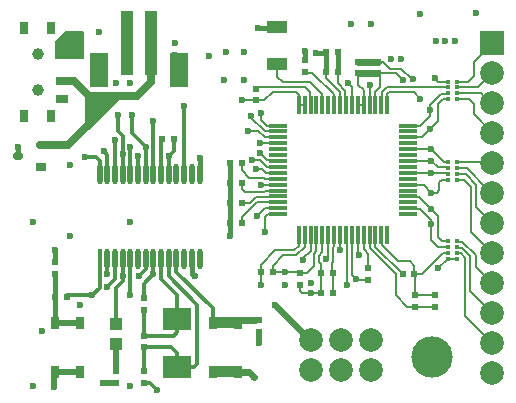
<source format=gtl>
G04*
G04 #@! TF.GenerationSoftware,Altium Limited,Altium Designer,18.1.9 (240)*
G04*
G04 Layer_Physical_Order=1*
G04 Layer_Color=255*
%FSLAX25Y25*%
%MOIN*%
G70*
G01*
G75*
%ADD10C,0.02756*%
%ADD11C,0.00787*%
%ADD12C,0.01968*%
%ADD15R,0.06693X0.04331*%
%ADD16R,0.02362X0.02362*%
%ADD17R,0.02362X0.02362*%
%ADD18R,0.09449X0.07480*%
%ADD19R,0.01181X0.06299*%
%ADD20R,0.06299X0.01181*%
%ADD21R,0.01772X0.06890*%
%ADD22O,0.01772X0.06890*%
%ADD23R,0.01575X0.01181*%
%ADD24R,0.02559X0.04134*%
%ADD25R,0.03937X0.04331*%
%ADD26R,0.03543X0.02756*%
%ADD27O,0.03543X0.02756*%
%ADD28R,0.04331X0.02756*%
%ADD29R,0.03150X0.03937*%
%ADD30R,0.06299X0.11811*%
%ADD31R,0.03937X0.21654*%
%ADD53C,0.01181*%
%ADD54C,0.01575*%
%ADD55C,0.02362*%
%ADD56C,0.13780*%
%ADD57C,0.07874*%
%ADD58C,0.03937*%
%ADD59R,0.07874X0.07874*%
%ADD60C,0.02362*%
G36*
X28346Y123622D02*
Y114961D01*
X27953Y114567D01*
X18898D01*
Y120472D01*
X22441Y124016D01*
X27953D01*
X28346Y123622D01*
D02*
G37*
G36*
X30082Y91105D02*
Y102328D01*
X41305D01*
X30082Y91105D01*
D02*
G37*
G36*
X85827Y28740D02*
Y26378D01*
X80709D01*
Y28740D01*
X85827Y28740D01*
D02*
G37*
G36*
X78740Y24803D02*
X72441D01*
Y28740D01*
X78740D01*
Y24803D01*
D02*
G37*
G36*
Y8661D02*
X72441D01*
Y12205D01*
X78740D01*
Y8661D01*
D02*
G37*
D10*
X30082Y92975D02*
Y102328D01*
X23130Y86024D02*
X30082Y92975D01*
X14173Y86024D02*
X23130D01*
X30082Y102328D02*
X46232D01*
X25127Y107283D02*
X30082Y102328D01*
X21063Y107283D02*
X25127D01*
X46232Y102328D02*
X50787Y106884D01*
Y119921D01*
D11*
X146850Y70866D02*
Y73622D01*
X146063Y70079D02*
X146850Y70866D01*
X144095Y70079D02*
X146063D01*
X126221Y109843D02*
X126299Y109921D01*
X113583Y55906D02*
X113779Y55709D01*
X132283Y109843D02*
X134646Y107480D01*
X127165Y109843D02*
X132283D01*
X119685Y113858D02*
X119764Y113779D01*
X134049Y111417D02*
X137593Y107874D01*
X130315Y111417D02*
X134049D01*
X137593Y107874D02*
X138189D01*
X129404Y105118D02*
X149606D01*
X138262Y103470D02*
X140551Y101181D01*
X130163Y103470D02*
X138262D01*
X18504Y35433D02*
X18898Y35827D01*
X18504Y26969D02*
X18898Y27362D01*
X123622Y99213D02*
Y105905D01*
X119685Y106102D02*
X121653Y104134D01*
Y99213D02*
Y104134D01*
X119685Y106102D02*
Y109843D01*
X125591Y103543D02*
X127165Y105118D01*
X127756Y103470D02*
X129404Y105118D01*
X127756Y99410D02*
Y103470D01*
X127165Y105118D02*
Y109843D01*
X119685D02*
X119685D01*
X108661Y116535D02*
X109055Y116929D01*
X92716Y125000D02*
X92913Y125197D01*
X49016Y85433D02*
X49213Y85236D01*
X103779Y21024D02*
X104016D01*
X126299Y109921D02*
X126378Y109843D01*
X127953Y113779D02*
X130315Y111417D01*
X116535Y106558D02*
X117717Y105377D01*
Y99213D02*
Y105377D01*
X126378Y113779D02*
X127953D01*
X115551Y99410D02*
X115748Y99213D01*
X115551Y99410D02*
Y103999D01*
X112992Y106558D02*
X115551Y103999D01*
X112992Y106558D02*
Y110236D01*
X113779Y99213D02*
Y103543D01*
X109055Y108268D02*
X113779Y103543D01*
X109055Y108268D02*
Y110236D01*
X105905Y116535D02*
X106299Y116929D01*
X103639Y106890D02*
X107677Y102851D01*
X94685Y106890D02*
X103639D01*
X92913Y108661D02*
X94685Y106890D01*
X104544Y109921D02*
X111614Y102851D01*
X102284Y109921D02*
X104544D01*
X111614Y102525D02*
Y102851D01*
Y102525D02*
X111811Y102328D01*
X101969Y110236D02*
X102284Y109921D01*
X86559Y125000D02*
X86756Y125197D01*
X107677Y99410D02*
Y102851D01*
X92913Y108661D02*
Y112992D01*
X107677Y99410D02*
X107874Y99213D01*
X48819Y76575D02*
X49213Y76968D01*
X35728Y76870D02*
X36220Y76378D01*
X61811Y76378D02*
X61811Y76378D01*
X38583Y6299D02*
X38976Y6693D01*
X18504Y10236D02*
X18701Y10433D01*
X18504Y42520D02*
X18898Y42913D01*
X18504Y26969D02*
X18701Y26772D01*
X22441Y35433D02*
X22835Y35827D01*
X48425Y10630D02*
X48524Y10728D01*
X48425Y30945D02*
X48524Y30847D01*
X85827Y26772D02*
X86614Y27559D01*
X92126Y32677D02*
Y32913D01*
X54134Y87598D02*
X54331Y87795D01*
X48524Y47539D02*
X49016Y48031D01*
X138583Y42913D02*
X138878Y42618D01*
Y35827D02*
Y42618D01*
Y35827D02*
X145571D01*
X138878Y31890D02*
X145571D01*
X136221D02*
X138878D01*
X132283Y35827D02*
X136221Y31890D01*
X132283Y35827D02*
Y42913D01*
X43701Y76575D02*
X43898Y76378D01*
X84571Y80856D02*
X87155D01*
X84424Y81004D02*
X84571Y80856D01*
X84252Y95086D02*
X88885Y90453D01*
X84252Y95086D02*
Y95669D01*
X48819Y76575D02*
X49016Y76378D01*
X77165Y79921D02*
X77165Y79921D01*
X77165Y66535D02*
X77165Y66535D01*
X77165Y66535D02*
X77165Y66535D01*
X86122Y66831D02*
X93209D01*
X81102Y61811D02*
X86122Y66831D01*
X81102Y59921D02*
Y61811D01*
X81988Y70374D02*
X88380D01*
X81102Y71260D02*
X81988Y70374D01*
X81102Y71260D02*
Y73228D01*
X88380Y70374D02*
X88774Y70768D01*
X93209D01*
X93012Y68602D02*
X93209Y68799D01*
X85667Y68602D02*
X93012D01*
X83600Y66535D02*
X85667Y68602D01*
X81102Y66535D02*
X83600D01*
X83563Y75099D02*
X88380D01*
X88774Y74705D01*
X81102Y77559D02*
X83563Y75099D01*
X81102Y77559D02*
Y79921D01*
X88878Y64862D02*
X93209D01*
X86221Y62205D02*
X88878Y64862D01*
X89665Y62894D02*
X93209D01*
X88878Y62106D02*
X89665Y62894D01*
X88878Y56791D02*
Y62106D01*
X88976Y76673D02*
X93209D01*
X87697Y77953D02*
X88976Y76673D01*
X89370Y78642D02*
X93209D01*
X87155Y80856D02*
X89370Y78642D01*
X87230Y83144D02*
Y83366D01*
X88774Y74705D02*
X93209D01*
X83071Y90551D02*
X86559D01*
X88626Y88484D01*
X88885Y90453D02*
X93209D01*
X88626Y88484D02*
X93209D01*
X87155Y86614D02*
X93110D01*
X93209Y86516D01*
X87230Y83144D02*
X89567Y80807D01*
X81102Y100787D02*
X85827D01*
X87402Y94331D02*
Y96457D01*
Y94331D02*
X89311Y92421D01*
X93209D01*
X85827Y77953D02*
X87697D01*
X89567Y80807D02*
X93012D01*
X93209Y80610D01*
X87402Y72736D02*
X93209D01*
X91305Y103706D02*
X99050D01*
X88386Y100787D02*
X91305Y103706D01*
X85827Y100787D02*
X88386D01*
X99050Y103706D02*
X100000Y102756D01*
X85827Y104724D02*
X86417Y105315D01*
X102132D01*
X103740Y103706D01*
Y99410D02*
Y103706D01*
Y99410D02*
X103937Y99213D01*
X100000D02*
Y102756D01*
Y99213D02*
X101969D01*
X111811D02*
Y102328D01*
X125591Y99213D02*
Y103543D01*
X117717Y99213D02*
X117913Y99410D01*
X119685Y99213D02*
X121653D01*
X101181Y36614D02*
X103937D01*
X100394Y37402D02*
X101181Y36614D01*
X100394Y37402D02*
Y39370D01*
X103937Y36614D02*
X107480D01*
X116141Y39370D02*
Y53347D01*
X87402Y39370D02*
Y43504D01*
X92126Y50787D02*
X98560D01*
X87402Y46063D02*
X92126Y50787D01*
X87402Y43504D02*
Y46063D01*
X100197Y43504D02*
X100394Y43307D01*
X95276Y43504D02*
X100197D01*
X91339D02*
X95276D01*
X98560Y50787D02*
X100000Y52227D01*
Y56102D01*
X94882Y49213D02*
X99213D01*
X91339Y45669D02*
X94882Y49213D01*
X91339Y43504D02*
Y45669D01*
X99213Y49213D02*
X101969Y51969D01*
Y56102D01*
X101417Y47638D02*
Y48189D01*
X103937Y50708D01*
Y56102D01*
X105118Y49662D02*
X105905Y50450D01*
X105118Y45669D02*
Y49662D01*
X105905Y50450D02*
Y56102D01*
X107874Y50191D02*
Y56102D01*
X106693Y49010D02*
X107874Y50191D01*
X106693Y47054D02*
Y49010D01*
X106693Y47053D02*
X106693Y47054D01*
X111417Y49010D02*
Y51766D01*
X109646Y48622D02*
Y55906D01*
X109055Y48031D02*
X109646Y48622D01*
X106693Y47053D02*
X107480Y46266D01*
X111417Y49010D02*
X111417Y49010D01*
Y47053D02*
Y49010D01*
X111221Y46856D02*
X111417Y47053D01*
X111221Y43504D02*
Y46856D01*
X107480Y43307D02*
Y46266D01*
X113779Y50787D02*
Y55709D01*
X103740Y55906D02*
X103937Y56102D01*
X102756Y43307D02*
X105118Y45669D01*
X100394Y43307D02*
X102756D01*
X107480Y36614D02*
Y43307D01*
X115748Y53740D02*
X116141Y53347D01*
X111811Y52160D02*
Y56102D01*
X111417Y51766D02*
X111811Y52160D01*
X111221Y43504D02*
X111417Y43307D01*
Y36614D02*
Y43307D01*
X109646Y55906D02*
X109843Y56102D01*
X115748Y53740D02*
Y56102D01*
X113583Y55906D02*
X113779Y56102D01*
X119193Y40945D02*
X123228D01*
X118996Y41142D02*
X119193Y40945D01*
X118996Y41142D02*
Y41240D01*
X117717Y42520D02*
X118996Y41240D01*
X117717Y42520D02*
Y56102D01*
X119882Y49432D02*
Y55906D01*
Y49432D02*
X120079Y49235D01*
X119685Y56102D02*
X119882Y55906D01*
X121850Y51175D02*
Y55906D01*
Y51175D02*
X122047Y50978D01*
Y50923D02*
Y50978D01*
Y50923D02*
X123228Y49741D01*
X121653Y56102D02*
X121850Y55906D01*
X123228Y44882D02*
Y49741D01*
X123622Y51575D02*
X132283Y42913D01*
X123622Y51575D02*
Y56102D01*
X148031Y50000D02*
X149606D01*
X140945Y42913D02*
X148031Y50000D01*
X138583Y42913D02*
X140945D01*
X146457Y44882D02*
X149606Y48031D01*
X125591Y51968D02*
X134646Y42913D01*
X125591Y51968D02*
Y56102D01*
X137008Y47244D02*
X138583Y45669D01*
X132975Y47244D02*
X137008D01*
X127756Y52464D02*
X132975Y47244D01*
X138583Y42913D02*
Y45669D01*
X127756Y52464D02*
Y53836D01*
X127559Y54032D02*
X127756Y53836D01*
X127559Y54032D02*
Y56102D01*
X129527Y102835D02*
X130163Y103470D01*
X129527Y99213D02*
Y102835D01*
X144095Y59449D02*
Y61024D01*
Y54331D02*
Y59449D01*
X136319Y76575D02*
X144095D01*
X149409D01*
X146850Y73622D02*
X147638Y74410D01*
X149606D01*
X141634Y72539D02*
X144095Y70079D01*
X136516Y72539D02*
X141634D01*
X140059Y68602D02*
X144095Y64567D01*
X136516Y68602D02*
X140059D01*
X136319Y72736D02*
X136516Y72539D01*
X144095Y64567D02*
X146457Y62205D01*
Y55315D02*
Y62205D01*
X140453Y64665D02*
X144095Y61024D01*
X146457Y107087D02*
X149606D01*
X145276Y108268D02*
X146457Y107087D01*
X152756Y101181D02*
X156693D01*
X158268Y99606D01*
Y96220D02*
Y99606D01*
Y96220D02*
X164567Y89921D01*
X162913Y101575D02*
X164567Y99921D01*
X162205Y101575D02*
X162913D01*
X160630Y103150D02*
X162205Y101575D01*
X152756Y103150D02*
X160630D01*
X159764Y105118D02*
X164567Y109921D01*
X152756Y105118D02*
X159764D01*
X158268Y113622D02*
X164567Y119921D01*
X158268Y109055D02*
Y113622D01*
X156299Y107087D02*
X158268Y109055D01*
X152756Y107087D02*
X156299D01*
X149606Y48031D02*
X152756D01*
X154033Y49803D02*
X155512Y48324D01*
Y28976D02*
Y48324D01*
Y28976D02*
X164567Y19921D01*
X157087Y37402D02*
X164567Y29921D01*
X157087Y37402D02*
Y48976D01*
X152953Y49803D02*
X154033D01*
X152756Y50000D02*
X152953Y49803D01*
X159055Y45433D02*
Y49235D01*
X152953Y53740D02*
X154550D01*
X152953Y51772D02*
X154291D01*
X157087Y48976D01*
X154550Y53740D02*
X159055Y49235D01*
X152756Y51968D02*
X152953Y51772D01*
X159055Y45433D02*
X164567Y39921D01*
X152756Y53937D02*
X152953Y53740D01*
X144095Y54331D02*
X146457Y51968D01*
X149606D01*
X136516Y64665D02*
X140453D01*
X136319Y64862D02*
X136516Y64665D01*
X146457Y55315D02*
X147835Y53937D01*
X149606D01*
X136319Y68799D02*
X136516Y68602D01*
X146457Y93903D02*
Y99606D01*
X143892Y91339D02*
X146457Y93903D01*
X143780Y95748D02*
Y97638D01*
X140453Y92421D02*
X143780Y95748D01*
X148327Y80315D02*
X149606D01*
X144095Y84547D02*
X148327Y80315D01*
X136319Y80610D02*
X144193D01*
X146260Y78543D01*
X149409D01*
X136319Y84547D02*
X144095D01*
X146457Y99606D02*
X148031Y101181D01*
X149606D01*
X141037Y88484D02*
X143892Y91339D01*
X143780Y99257D02*
X147475Y102953D01*
X143780Y97638D02*
Y99257D01*
X149409Y102953D02*
X149606Y103150D01*
X147475Y102953D02*
X149409D01*
X136319Y92421D02*
X140453D01*
X136319Y88484D02*
X141037D01*
X152756Y76181D02*
X155610D01*
X159055Y65433D02*
X164567Y59921D01*
X159055Y65433D02*
Y72736D01*
X155118Y74410D02*
X157480Y72047D01*
Y57008D02*
Y72047D01*
Y57008D02*
X164567Y49921D01*
X152756Y74410D02*
X155118D01*
X155610Y76181D02*
X159055Y72736D01*
X162835Y69921D02*
Y71417D01*
X156102Y78150D02*
X162835Y71417D01*
X152953Y78150D02*
X156102D01*
X152756Y76181D02*
Y76378D01*
X162835Y69921D02*
X164567D01*
X152756Y78347D02*
X152953Y78150D01*
X164173Y80315D02*
X164567Y79921D01*
X152756Y80315D02*
X164173D01*
X149409Y76575D02*
X149606Y76378D01*
X136319Y76575D02*
Y76673D01*
X149409Y78543D02*
X149606Y78347D01*
X127559Y99213D02*
X127756Y99410D01*
D12*
X34646Y6693D02*
X38189D01*
X86614Y20079D02*
Y23622D01*
X18504Y5118D02*
Y10236D01*
X18701Y10433D02*
X27165D01*
X18701Y26772D02*
X27165D01*
X38976Y10630D02*
Y19685D01*
D15*
X92913Y125197D02*
D03*
Y112992D02*
D03*
D16*
X107480Y43307D02*
D03*
X111417D02*
D03*
X107480Y36614D02*
D03*
X111417D02*
D03*
X87402Y43504D02*
D03*
X91339D02*
D03*
X112992Y116929D02*
D03*
X109055D02*
D03*
X112992Y110236D02*
D03*
X109055D02*
D03*
X58268Y87795D02*
D03*
X54331D02*
D03*
X134646Y42913D02*
D03*
X138583D02*
D03*
X81102Y59921D02*
D03*
X77165D02*
D03*
X81102Y73228D02*
D03*
X77165D02*
D03*
X81102Y66535D02*
D03*
X77165D02*
D03*
Y79921D02*
D03*
X81102D02*
D03*
X22835Y35433D02*
D03*
X18898D02*
D03*
D17*
X145571Y31890D02*
D03*
Y35827D02*
D03*
X100394Y39370D02*
D03*
Y43307D02*
D03*
X126378Y113779D02*
D03*
Y109843D02*
D03*
X119685Y113779D02*
D03*
Y109843D02*
D03*
X101969Y114173D02*
D03*
Y110236D02*
D03*
X85827Y100787D02*
D03*
Y104724D02*
D03*
X48425Y34882D02*
D03*
Y30945D02*
D03*
Y6693D02*
D03*
Y10630D02*
D03*
X138878Y31890D02*
D03*
Y35827D02*
D03*
X123228Y44882D02*
D03*
Y40945D02*
D03*
X18898Y42913D02*
D03*
Y46850D02*
D03*
X86614Y23622D02*
D03*
Y27559D02*
D03*
X38976Y6693D02*
D03*
Y10630D02*
D03*
X48524Y18504D02*
D03*
Y22441D02*
D03*
D18*
X59449Y27953D02*
D03*
Y11811D02*
D03*
D19*
X129527Y56102D02*
D03*
X127559D02*
D03*
X125591D02*
D03*
X123622D02*
D03*
X121653D02*
D03*
X119685D02*
D03*
X117717D02*
D03*
X115748D02*
D03*
X113779D02*
D03*
X111811D02*
D03*
X109843D02*
D03*
X107874D02*
D03*
X105905D02*
D03*
X103937D02*
D03*
X101969D02*
D03*
X100000D02*
D03*
Y99213D02*
D03*
X101969D02*
D03*
X103937D02*
D03*
X105905D02*
D03*
X107874D02*
D03*
X109843D02*
D03*
X111811D02*
D03*
X113779D02*
D03*
X115748D02*
D03*
X117717D02*
D03*
X119685D02*
D03*
X121653D02*
D03*
X123622D02*
D03*
X125591D02*
D03*
X127559D02*
D03*
X129527D02*
D03*
D20*
X93209Y62894D02*
D03*
Y64862D02*
D03*
Y66831D02*
D03*
Y68799D02*
D03*
Y70768D02*
D03*
Y72736D02*
D03*
Y74705D02*
D03*
Y76673D02*
D03*
Y78642D02*
D03*
Y80610D02*
D03*
Y82579D02*
D03*
Y84547D02*
D03*
Y86516D02*
D03*
Y88484D02*
D03*
Y90453D02*
D03*
Y92421D02*
D03*
X136319D02*
D03*
Y90453D02*
D03*
Y88484D02*
D03*
Y86516D02*
D03*
Y84547D02*
D03*
Y82579D02*
D03*
Y80610D02*
D03*
Y78642D02*
D03*
Y76673D02*
D03*
Y74705D02*
D03*
Y72736D02*
D03*
Y70768D02*
D03*
Y68799D02*
D03*
Y66831D02*
D03*
Y64862D02*
D03*
Y62894D02*
D03*
D21*
X33661Y48031D02*
D03*
D22*
X36220D02*
D03*
X38780D02*
D03*
X41339D02*
D03*
X43898D02*
D03*
X46457D02*
D03*
X49016D02*
D03*
X51575D02*
D03*
X54134D02*
D03*
X56693D02*
D03*
X59252D02*
D03*
X61811D02*
D03*
X64370D02*
D03*
X66929D02*
D03*
X33661Y76378D02*
D03*
X36220D02*
D03*
X38780D02*
D03*
X41339D02*
D03*
X43898D02*
D03*
X46457D02*
D03*
X49016D02*
D03*
X51575D02*
D03*
X54134D02*
D03*
X56693D02*
D03*
X59252D02*
D03*
X61811D02*
D03*
X64370D02*
D03*
X66929D02*
D03*
D23*
X149606Y76378D02*
D03*
X152756D02*
D03*
Y74410D02*
D03*
X149606D02*
D03*
Y78347D02*
D03*
X152756D02*
D03*
Y80315D02*
D03*
X149606D02*
D03*
Y50000D02*
D03*
X152756D02*
D03*
Y48031D02*
D03*
X149606D02*
D03*
Y51968D02*
D03*
X152756D02*
D03*
Y53937D02*
D03*
X149606D02*
D03*
X149606Y103150D02*
D03*
X152756D02*
D03*
Y101181D02*
D03*
X149606D02*
D03*
Y105118D02*
D03*
X152756D02*
D03*
Y107087D02*
D03*
X149606D02*
D03*
D24*
X79724Y26772D02*
D03*
X71260D02*
D03*
X79724Y10433D02*
D03*
X71260D02*
D03*
X18701D02*
D03*
X27165D02*
D03*
X18701Y26772D02*
D03*
X27165D02*
D03*
D25*
X38976Y19685D02*
D03*
Y26378D02*
D03*
D26*
X14173Y78543D02*
D03*
D27*
Y86024D02*
D03*
X6299Y82284D02*
D03*
D28*
X21063Y101378D02*
D03*
Y107283D02*
D03*
Y119095D02*
D03*
D29*
X17520Y125000D02*
D03*
X8465D02*
D03*
X17520Y95472D02*
D03*
X8465D02*
D03*
D30*
X33465Y111063D02*
D03*
X60236D02*
D03*
D31*
X42913Y119921D02*
D03*
X50787D02*
D03*
D53*
X43701Y76575D02*
X43898Y76772D01*
X41339Y83071D02*
Y88976D01*
X39764Y90551D02*
X41339Y88976D01*
Y76378D02*
Y83071D01*
X39764Y90551D02*
Y96063D01*
X44488Y89961D02*
X49213Y85236D01*
X44488Y89961D02*
Y96063D01*
X49016Y77165D02*
Y85433D01*
X51575Y76378D02*
Y93903D01*
X43898Y76772D02*
Y85236D01*
X56693Y82284D02*
X58268Y83858D01*
X56693Y76378D02*
Y82284D01*
X54134Y76378D02*
Y87598D01*
X38780Y76378D02*
Y87598D01*
X46457Y76378D02*
Y82284D01*
X49016Y77165D02*
X49213Y76968D01*
X35039Y83858D02*
X36220Y82677D01*
Y76378D02*
Y82677D01*
X46850Y42338D02*
X49016Y44503D01*
Y48031D01*
X71260Y26772D02*
Y31496D01*
X28740Y81890D02*
X32518D01*
X33661Y80747D01*
Y76378D02*
Y80747D01*
X61811Y76378D02*
Y98819D01*
X22835Y35827D02*
X31102D01*
X38976Y38127D02*
X41339Y40489D01*
X38976Y26378D02*
Y38127D01*
X41339Y40489D02*
Y42126D01*
X50394Y6693D02*
X52756Y4331D01*
X48425Y6693D02*
X50394D01*
X48425Y39764D02*
X51575Y42913D01*
X48425Y34882D02*
Y39764D01*
X48524Y10728D02*
Y18504D01*
Y22441D02*
Y30847D01*
X59449Y23622D02*
Y27953D01*
X58268Y22441D02*
X59449Y23622D01*
X48524Y22441D02*
X58268D01*
X59449Y11811D02*
Y16535D01*
X57480Y18504D02*
X59449Y16535D01*
X48524Y18504D02*
X57480D01*
X59252Y43504D02*
X71260Y31496D01*
X59252Y43504D02*
Y48031D01*
X59449Y27953D02*
Y35827D01*
X54134Y41142D02*
X59449Y35827D01*
X54134Y41142D02*
Y48031D01*
X59449Y11811D02*
X64961D01*
X66142Y12992D01*
Y32677D01*
X56693Y42126D02*
X66142Y32677D01*
X56693Y42126D02*
Y48031D01*
X58268Y83858D02*
Y87795D01*
X51575Y42913D02*
Y48031D01*
X31102Y35827D02*
X33661Y38386D01*
Y48031D01*
X43898Y35827D02*
Y48031D01*
X41339Y42126D02*
Y48031D01*
X36220Y38583D02*
X38780Y41142D01*
Y48031D01*
X36220Y42913D02*
Y48031D01*
D54*
X18898Y27362D02*
Y35433D01*
Y35827D02*
Y42913D01*
Y46850D02*
Y50984D01*
X105905Y116535D02*
X108661D01*
X86559Y125000D02*
X92716D01*
X66929Y76378D02*
Y81496D01*
X112992Y110236D02*
Y116929D01*
X109055Y110236D02*
Y116929D01*
X101969Y114173D02*
Y117323D01*
X6299Y82284D02*
Y85433D01*
X64370Y43110D02*
X65354Y42126D01*
X64370Y43110D02*
Y48031D01*
X77165Y55709D02*
Y59921D01*
Y73228D02*
Y79921D01*
Y66535D02*
Y73228D01*
Y59921D02*
Y66535D01*
D55*
X119685Y109843D02*
X126221D01*
X92126Y32677D02*
X103779Y21024D01*
X83268Y10433D02*
X85039Y8661D01*
X79724Y10433D02*
X83268D01*
X119764Y113779D02*
X126378D01*
D56*
X144370Y15394D02*
D03*
D57*
X104016Y11024D02*
D03*
X114016D02*
D03*
X124016D02*
D03*
X104016Y21024D02*
D03*
X114016D02*
D03*
X124016D02*
D03*
X164567Y109921D02*
D03*
Y99921D02*
D03*
Y89921D02*
D03*
Y79921D02*
D03*
Y69921D02*
D03*
Y59921D02*
D03*
Y49921D02*
D03*
Y39921D02*
D03*
Y29921D02*
D03*
Y19921D02*
D03*
Y9921D02*
D03*
D58*
X12992Y116142D02*
D03*
Y104331D02*
D03*
D59*
X164567Y119921D02*
D03*
D60*
X75669Y117087D02*
D03*
X81850Y116890D02*
D03*
X70039Y115748D02*
D03*
X134646Y107480D02*
D03*
X138189Y107874D02*
D03*
X123622Y105905D02*
D03*
X41339Y83071D02*
D03*
X39764Y96063D02*
D03*
X44488D02*
D03*
X49016Y85433D02*
D03*
X43898Y85236D02*
D03*
X66929Y81496D02*
D03*
X56693Y82284D02*
D03*
X38780Y87598D02*
D03*
X46457Y82284D02*
D03*
X35039Y83858D02*
D03*
X34646Y6693D02*
D03*
X27165Y32677D02*
D03*
X42913Y128740D02*
D03*
X86614Y20079D02*
D03*
X85039Y8661D02*
D03*
X117323Y126378D02*
D03*
X124016D02*
D03*
X18898Y50984D02*
D03*
X151969Y120472D02*
D03*
X148819D02*
D03*
X145669D02*
D03*
X130709Y114567D02*
D03*
X116535Y106558D02*
D03*
X101969Y117323D02*
D03*
X134055Y114567D02*
D03*
X159055Y129921D02*
D03*
X140551Y129528D02*
D03*
Y101181D02*
D03*
X105905Y116535D02*
D03*
X86559Y125000D02*
D03*
X81890Y107480D02*
D03*
X75197Y107480D02*
D03*
X58752Y116051D02*
D03*
X58661Y119791D02*
D03*
X43701Y106693D02*
D03*
X33465Y123622D02*
D03*
X38976Y106693D02*
D03*
X33465Y107874D02*
D03*
X17520Y95472D02*
D03*
X8465D02*
D03*
X17520Y125000D02*
D03*
X8465D02*
D03*
X26378Y116717D02*
D03*
Y119595D02*
D03*
Y122441D02*
D03*
X6299Y85433D02*
D03*
X51575Y93903D02*
D03*
X14449Y23898D02*
D03*
X43701Y5512D02*
D03*
X11417D02*
D03*
Y60197D02*
D03*
X43701D02*
D03*
X23622Y79134D02*
D03*
Y55512D02*
D03*
X61811Y98819D02*
D03*
X18504Y5118D02*
D03*
X28740Y81890D02*
D03*
X52756Y4331D02*
D03*
X92126Y32677D02*
D03*
X51575Y42913D02*
D03*
X31102Y35827D02*
D03*
X46850Y42338D02*
D03*
X41339Y42126D02*
D03*
X43898Y35827D02*
D03*
X65354Y42126D02*
D03*
X84424Y81004D02*
D03*
X84252Y95669D02*
D03*
X36220Y38583D02*
D03*
Y42913D02*
D03*
X77165Y55709D02*
D03*
X86221Y62205D02*
D03*
X88878Y56791D02*
D03*
X87230Y83366D02*
D03*
X87155Y86614D02*
D03*
X83071Y90551D02*
D03*
X81102Y100787D02*
D03*
X87402Y96457D02*
D03*
X85827Y77953D02*
D03*
X87402Y72736D02*
D03*
X103937Y39921D02*
D03*
X103937Y36614D02*
D03*
X116141Y39370D02*
D03*
X87402D02*
D03*
X95276D02*
D03*
Y43504D02*
D03*
X101417Y47638D02*
D03*
X109055Y48031D02*
D03*
X113779Y50787D02*
D03*
X118996Y41142D02*
D03*
X120079Y49235D02*
D03*
X146457Y44882D02*
D03*
X144095Y59449D02*
D03*
Y70079D02*
D03*
Y64567D02*
D03*
X145276Y108268D02*
D03*
X144193Y80610D02*
D03*
X144095Y76575D02*
D03*
Y84547D02*
D03*
X143780Y97638D02*
D03*
X143892Y91339D02*
D03*
M02*

</source>
